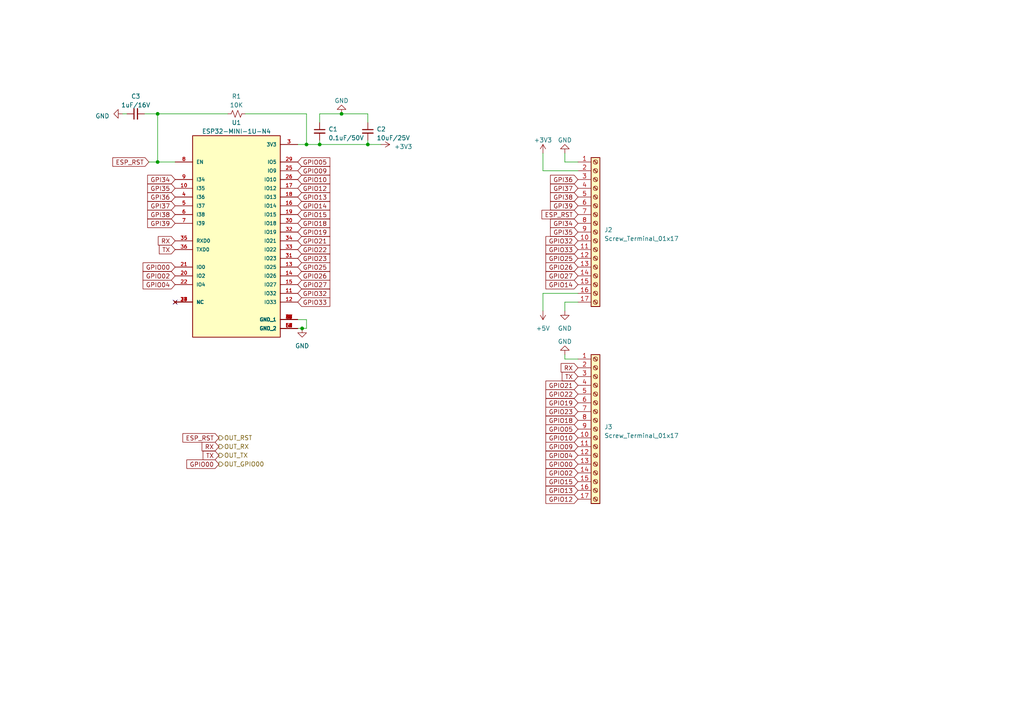
<source format=kicad_sch>
(kicad_sch (version 20230121) (generator eeschema)
  (paper "A4")
  (lib_symbols
    (symbol "Connector:Screw_Terminal_01x17" (pin_names (offset 1.016) hide)
      (property "Reference" "J" (at 0 22.86 0))
      (property "Value" "Screw_Terminal_01x17" (at 0 -22.86 0))
      (symbol "Screw_Terminal_01x17_1_1"
        (rectangle (start -1.27 21.59) (end 1.27 -21.59) (stroke (width 0.254)) (fill (type background)))
        (circle (center 0 -20.32) (radius 0.635) (stroke (width 0.1524)))
        (circle (center 0 -17.78) (radius 0.635) (stroke (width 0.1524)))
        (circle (center 0 -15.24) (radius 0.635) (stroke (width 0.1524)))
        (circle (center 0 -12.7) (radius 0.635) (stroke (width 0.1524)))
        (circle (center 0 -10.16) (radius 0.635) (stroke (width 0.1524)))
        (circle (center 0 -7.62) (radius 0.635) (stroke (width 0.1524)))
        (circle (center 0 -5.08) (radius 0.635) (stroke (width 0.1524)))
        (circle (center 0 -2.54) (radius 0.635) (stroke (width 0.1524)))
        (polyline (pts (xy -0.5334 -19.9898) (xy 0.3302 -20.828)) (stroke (width 0.1524)))
        (polyline (pts (xy -0.5334 -17.4498) (xy 0.3302 -18.288)) (stroke (width 0.1524)))
        (polyline (pts (xy -0.5334 -14.9098) (xy 0.3302 -15.748)) (stroke (width 0.1524)))
        (polyline (pts (xy -0.5334 -12.3698) (xy 0.3302 -13.208)) (stroke (width 0.1524)))
        (polyline (pts (xy -0.5334 -9.8298) (xy 0.3302 -10.668)) (stroke (width 0.1524)))
        (polyline (pts (xy -0.5334 -7.2898) (xy 0.3302 -8.128)) (stroke (width 0.1524)))
        (polyline (pts (xy -0.5334 -4.7498) (xy 0.3302 -5.588)) (stroke (width 0.1524)))
        (polyline (pts (xy -0.5334 -2.2098) (xy 0.3302 -3.048)) (stroke (width 0.1524)))
        (polyline (pts (xy -0.5334 0.3302) (xy 0.3302 -0.508)) (stroke (width 0.1524)))
        (polyline (pts (xy -0.5334 2.8702) (xy 0.3302 2.032)) (stroke (width 0.1524)))
        (polyline (pts (xy -0.5334 5.4102) (xy 0.3302 4.572)) (stroke (width 0.1524)))
        (polyline (pts (xy -0.5334 7.9502) (xy 0.3302 7.112)) (stroke (width 0.1524)))
        (polyline (pts (xy -0.5334 10.4902) (xy 0.3302 9.652)) (stroke (width 0.1524)))
        (polyline (pts (xy -0.5334 13.0302) (xy 0.3302 12.192)) (stroke (width 0.1524)))
        (polyline (pts (xy -0.5334 15.5702) (xy 0.3302 14.732)) (stroke (width 0.1524)))
        (polyline (pts (xy -0.5334 18.1102) (xy 0.3302 17.272)) (stroke (width 0.1524)))
        (polyline (pts (xy -0.5334 20.6502) (xy 0.3302 19.812)) (stroke (width 0.1524)))
        (polyline (pts (xy -0.3556 -19.812) (xy 0.508 -20.6502)) (stroke (width 0.1524)))
        (polyline (pts (xy -0.3556 -17.272) (xy 0.508 -18.1102)) (stroke (width 0.1524)))
        (polyline (pts (xy -0.3556 -14.732) (xy 0.508 -15.5702)) (stroke (width 0.1524)))
        (polyline (pts (xy -0.3556 -12.192) (xy 0.508 -13.0302)) (stroke (width 0.1524)))
        (polyline (pts (xy -0.3556 -9.652) (xy 0.508 -10.4902)) (stroke (width 0.1524)))
        (polyline (pts (xy -0.3556 -7.112) (xy 0.508 -7.9502)) (stroke (width 0.1524)))
        (polyline (pts (xy -0.3556 -4.572) (xy 0.508 -5.4102)) (stroke (width 0.1524)))
        (polyline (pts (xy -0.3556 -2.032) (xy 0.508 -2.8702)) (stroke (width 0.1524)))
        (polyline (pts (xy -0.3556 0.508) (xy 0.508 -0.3302)) (stroke (width 0.1524)))
        (polyline (pts (xy -0.3556 3.048) (xy 0.508 2.2098)) (stroke (width 0.1524)))
        (polyline (pts (xy -0.3556 5.588) (xy 0.508 4.7498)) (stroke (width 0.1524)))
        (polyline (pts (xy -0.3556 8.128) (xy 0.508 7.2898)) (stroke (width 0.1524)))
        (polyline (pts (xy -0.3556 10.668) (xy 0.508 9.8298)) (stroke (width 0.1524)))
        (polyline (pts (xy -0.3556 13.208) (xy 0.508 12.3698)) (stroke (width 0.1524)))
        (polyline (pts (xy -0.3556 15.748) (xy 0.508 14.9098)) (stroke (width 0.1524)))
        (polyline (pts (xy -0.3556 18.288) (xy 0.508 17.4498)) (stroke (width 0.1524)))
        (polyline (pts (xy -0.3556 20.828) (xy 0.508 19.9898)) (stroke (width 0.1524)))
        (circle (center 0 0) (radius 0.635) (stroke (width 0.1524)))
        (circle (center 0 2.54) (radius 0.635) (stroke (width 0.1524)))
        (circle (center 0 5.08) (radius 0.635) (stroke (width 0.1524)))
        (circle (center 0 7.62) (radius 0.635) (stroke (width 0.1524)))
        (circle (center 0 10.16) (radius 0.635) (stroke (width 0.1524)))
        (circle (center 0 12.7) (radius 0.635) (stroke (width 0.1524)))
        (circle (center 0 15.24) (radius 0.635) (stroke (width 0.1524)))
        (circle (center 0 17.78) (radius 0.635) (stroke (width 0.1524)))
        (circle (center 0 20.32) (radius 0.635) (stroke (width 0.1524)))
        (pin passive line (at -5.08 20.32 0) (length 3.81) (name "Pin_1") (number "1"))
        (pin passive line (at -5.08 -2.54 0) (length 3.81) (name "Pin_10") (number "10"))
        (pin passive line (at -5.08 -5.08 0) (length 3.81) (name "Pin_11") (number "11"))
        (pin passive line (at -5.08 -7.62 0) (length 3.81) (name "Pin_12") (number "12"))
        (pin passive line (at -5.08 -10.16 0) (length 3.81) (name "Pin_13") (number "13"))
        (pin passive line (at -5.08 -12.7 0) (length 3.81) (name "Pin_14") (number "14"))
        (pin passive line (at -5.08 -15.24 0) (length 3.81) (name "Pin_15") (number "15"))
        (pin passive line (at -5.08 -17.78 0) (length 3.81) (name "Pin_16") (number "16"))
        (pin passive line (at -5.08 -20.32 0) (length 3.81) (name "Pin_17") (number "17"))
        (pin passive line (at -5.08 17.78 0) (length 3.81) (name "Pin_2") (number "2"))
        (pin passive line (at -5.08 15.24 0) (length 3.81) (name "Pin_3") (number "3"))
        (pin passive line (at -5.08 12.7 0) (length 3.81) (name "Pin_4") (number "4"))
        (pin passive line (at -5.08 10.16 0) (length 3.81) (name "Pin_5") (number "5"))
        (pin passive line (at -5.08 7.62 0) (length 3.81) (name "Pin_6") (number "6"))
        (pin passive line (at -5.08 5.08 0) (length 3.81) (name "Pin_7") (number "7"))
        (pin passive line (at -5.08 2.54 0) (length 3.81) (name "Pin_8") (number "8"))
        (pin passive line (at -5.08 0 0) (length 3.81) (name "Pin_9") (number "9"))
      )
    )
    (symbol "Device:C_Small" (pin_numbers hide) (pin_names (offset 0.254) hide)
      (property "Reference" "C" (at 0.254 1.778 0))
      (property "Value" "C_Small" (at 0.254 -2.032 0))
      (symbol "C_Small_0_1"
        (polyline (pts (xy -1.524 -0.508) (xy 1.524 -0.508)) (stroke (width 0.3302)))
        (polyline (pts (xy -1.524 0.508) (xy 1.524 0.508)) (stroke (width 0.3048)))
      )
      (symbol "C_Small_1_1"
        (pin passive line (at 0 2.54 270) (length 2.032) (name "~") (number "1"))
        (pin passive line (at 0 -2.54 90) (length 2.032) (name "~") (number "2"))
      )
    )
    (symbol "Device:R_Small_US" (pin_numbers hide) (pin_names (offset 0.254) hide)
      (property "Reference" "R" (at 0.762 0.508 0))
      (property "Value" "R_Small_US" (at 0.762 -1.016 0))
      (symbol "R_Small_US_1_1"
        (polyline (pts (xy 0 0) (xy 1.016 -0.381) (xy 0 -0.762) (xy -1.016 -1.143) (xy 0 -1.524)))
        (polyline (pts (xy 0 1.524) (xy 1.016 1.143) (xy 0 0.762) (xy -1.016 0.381) (xy 0 0)))
        (pin passive line (at 0 2.54 270) (length 1.016) (name "~") (number "1"))
        (pin passive line (at 0 -2.54 90) (length 1.016) (name "~") (number "2"))
      )
    )
    (symbol "ESP32-MINI-1U-N4:ESP32-MINI-1U-N4" (pin_names (offset 1.016))
      (property "Reference" "U" (at -12.7 28.702 0))
      (property "Value" "ESP32-MINI-1U-N4" (at -12.7 -33.02 0))
      (symbol "ESP32-MINI-1U-N4_0_0"
        (rectangle (start -12.7 -30.48) (end 12.7 27.94) (stroke (width 0.254)) (fill (type background)))
        (pin power_in line (at 17.78 -25.4 180) (length 5.08) (name "GND_1") (number "1"))
        (pin input line (at -17.78 12.7 0) (length 5.08) (name "I35") (number "10"))
        (pin bidirectional line (at 17.78 -17.78 180) (length 5.08) (name "IO32") (number "11"))
        (pin bidirectional line (at 17.78 -20.32 180) (length 5.08) (name "IO33") (number "12"))
        (pin bidirectional line (at 17.78 -10.16 180) (length 5.08) (name "IO25") (number "13"))
        (pin bidirectional line (at 17.78 -12.7 180) (length 5.08) (name "IO26") (number "14"))
        (pin bidirectional line (at 17.78 -15.24 180) (length 5.08) (name "IO27") (number "15"))
        (pin bidirectional line (at 17.78 7.62 180) (length 5.08) (name "IO14") (number "16"))
        (pin bidirectional line (at 17.78 12.7 180) (length 5.08) (name "IO12") (number "17"))
        (pin bidirectional line (at 17.78 10.16 180) (length 5.08) (name "IO13") (number "18"))
        (pin bidirectional line (at 17.78 5.08 180) (length 5.08) (name "IO15") (number "19"))
        (pin power_in line (at 17.78 -25.4 180) (length 5.08) (name "GND_1") (number "2"))
        (pin bidirectional line (at -17.78 -12.7 0) (length 5.08) (name "IO2") (number "20"))
        (pin bidirectional line (at -17.78 -10.16 0) (length 5.08) (name "IO0") (number "21"))
        (pin bidirectional line (at -17.78 -15.24 0) (length 5.08) (name "IO4") (number "22"))
        (pin no_connect line (at -17.78 -20.32 0) (length 5.08) (name "NC") (number "23"))
        (pin no_connect line (at -17.78 -20.32 0) (length 5.08) (name "NC") (number "24"))
        (pin bidirectional line (at 17.78 17.78 180) (length 5.08) (name "IO9") (number "25"))
        (pin bidirectional line (at 17.78 15.24 180) (length 5.08) (name "IO10") (number "26"))
        (pin power_in line (at 17.78 -25.4 180) (length 5.08) (name "GND_1") (number "27"))
        (pin no_connect line (at -17.78 -20.32 0) (length 5.08) (name "NC") (number "28"))
        (pin bidirectional line (at 17.78 20.32 180) (length 5.08) (name "IO5") (number "29"))
        (pin power_in line (at 17.78 25.4 180) (length 5.08) (name "3V3") (number "3"))
        (pin bidirectional line (at 17.78 2.54 180) (length 5.08) (name "IO18") (number "30"))
        (pin bidirectional line (at 17.78 -7.62 180) (length 5.08) (name "IO23") (number "31"))
        (pin bidirectional line (at 17.78 0 180) (length 5.08) (name "IO19") (number "32"))
        (pin bidirectional line (at 17.78 -5.08 180) (length 5.08) (name "IO22") (number "33"))
        (pin bidirectional line (at 17.78 -2.54 180) (length 5.08) (name "IO21") (number "34"))
        (pin bidirectional line (at -17.78 -2.54 0) (length 5.08) (name "RXD0") (number "35"))
        (pin bidirectional line (at -17.78 -5.08 0) (length 5.08) (name "TXD0") (number "36"))
        (pin no_connect line (at -17.78 -20.32 0) (length 5.08) (name "NC") (number "37"))
        (pin power_in line (at 17.78 -25.4 180) (length 5.08) (name "GND_1") (number "38"))
        (pin power_in line (at 17.78 -25.4 180) (length 5.08) (name "GND_1") (number "39"))
        (pin input line (at -17.78 10.16 0) (length 5.08) (name "I36") (number "4"))
        (pin power_in line (at 17.78 -25.4 180) (length 5.08) (name "GND_1") (number "40"))
        (pin power_in line (at 17.78 -25.4 180) (length 5.08) (name "GND_1") (number "41"))
        (pin power_in line (at 17.78 -25.4 180) (length 5.08) (name "GND_1") (number "42"))
        (pin power_in line (at 17.78 -25.4 180) (length 5.08) (name "GND_1") (number "43"))
        (pin power_in line (at 17.78 -25.4 180) (length 5.08) (name "GND_1") (number "44"))
        (pin power_in line (at 17.78 -25.4 180) (length 5.08) (name "GND_1") (number "45"))
        (pin power_in line (at 17.78 -25.4 180) (length 5.08) (name "GND_1") (number "46"))
        (pin power_in line (at 17.78 -25.4 180) (length 5.08) (name "GND_1") (number "47"))
        (pin power_in line (at 17.78 -25.4 180) (length 5.08) (name "GND_1") (number "48"))
        (pin power_in line (at 17.78 -25.4 180) (length 5.08) (name "GND_1") (number "49"))
        (pin input line (at -17.78 7.62 0) (length 5.08) (name "I37") (number "5"))
        (pin power_in line (at 17.78 -27.94 180) (length 5.08) (name "GND_2") (number "50"))
        (pin power_in line (at 17.78 -27.94 180) (length 5.08) (name "GND_2") (number "51"))
        (pin power_in line (at 17.78 -27.94 180) (length 5.08) (name "GND_2") (number "52"))
        (pin power_in line (at 17.78 -27.94 180) (length 5.08) (name "GND_2") (number "53"))
        (pin power_in line (at 17.78 -27.94 180) (length 5.08) (name "GND_2") (number "54"))
        (pin power_in line (at 17.78 -27.94 180) (length 5.08) (name "GND_2") (number "55"))
        (pin power_in line (at 17.78 -27.94 180) (length 5.08) (name "GND_2") (number "56"))
        (pin power_in line (at 17.78 -27.94 180) (length 5.08) (name "GND_2") (number "57"))
        (pin power_in line (at 17.78 -27.94 180) (length 5.08) (name "GND_2") (number "58"))
        (pin power_in line (at 17.78 -27.94 180) (length 5.08) (name "GND_2") (number "59"))
        (pin input line (at -17.78 5.08 0) (length 5.08) (name "I38") (number "6"))
        (pin power_in line (at 17.78 -27.94 180) (length 5.08) (name "GND_2") (number "60"))
        (pin power_in line (at 17.78 -27.94 180) (length 5.08) (name "GND_2") (number "61"))
        (pin power_in line (at 17.78 -27.94 180) (length 5.08) (name "GND_2") (number "62"))
        (pin input line (at -17.78 2.54 0) (length 5.08) (name "I39") (number "7"))
        (pin input line (at -17.78 20.32 0) (length 5.08) (name "EN") (number "8"))
        (pin input line (at -17.78 15.24 0) (length 5.08) (name "I34") (number "9"))
      )
    )
    (symbol "power:+3V3" (power) (pin_names (offset 0))
      (property "Value" "+3V3" (at 0 3.556 0))
      (symbol "+3V3_0_1"
        (polyline (pts (xy -0.762 1.27) (xy 0 2.54)))
        (polyline (pts (xy 0 0) (xy 0 2.54)))
        (polyline (pts (xy 0 2.54) (xy 0.762 1.27)))
      )
      (symbol "+3V3_1_1"
        (pin power_in line (at 0 0 90) (length 0) hide (name "+3V3") (number "1"))
      )
    )
    (symbol "power:+5V" (power) (pin_names (offset 0))
      (property "Value" "+5V" (at 0 3.556 0))
      (symbol "+5V_0_1"
        (polyline (pts (xy -0.762 1.27) (xy 0 2.54)))
        (polyline (pts (xy 0 0) (xy 0 2.54)))
        (polyline (pts (xy 0 2.54) (xy 0.762 1.27)))
      )
      (symbol "+5V_1_1"
        (pin power_in line (at 0 0 90) (length 0) hide (name "+5V") (number "1"))
      )
    )
    (symbol "power:GND" (power) (pin_names (offset 0))
      (property "Value" "GND" (at 0 -3.81 0))
      (symbol "GND_0_1"
        (polyline (pts (xy 0 0) (xy 0 -1.27) (xy 1.27 -1.27) (xy 0 -2.54) (xy -1.27 -1.27) (xy 0 -1.27)))
      )
      (symbol "GND_1_1"
        (pin power_in line (at 0 0 270) (length 0) hide (name "GND") (number "1"))
      )
    )
  )
  (junction (at 87.63 95.25))
  (junction (at 92.71 41.91))
  (junction (at 45.72 33.02))
  (junction (at 106.68 41.91))
  (junction (at 88.9 41.91))
  (junction (at 99.06 33.02))
  (junction (at 45.72 46.99))
  (no_connect (at 50.8 87.63))
  (wire (pts (xy 92.71 33.02) (xy 92.71 35.56)))
  (wire (pts (xy 106.68 33.02) (xy 106.68 35.56)))
  (wire (pts (xy 163.83 87.63) (xy 167.64 87.63)))
  (wire (pts (xy 86.36 92.71) (xy 88.9 92.71)))
  (wire (pts (xy 92.71 41.91) (xy 88.9 41.91)))
  (wire (pts (xy 92.71 40.64) (xy 92.71 41.91)))
  (wire (pts (xy 92.71 41.91) (xy 106.68 41.91)))
  (wire (pts (xy 41.91 33.02) (xy 45.72 33.02)))
  (wire (pts (xy 157.48 85.09) (xy 167.64 85.09)))
  (wire (pts (xy 157.48 49.53) (xy 167.64 49.53)))
  (wire (pts (xy 163.83 44.45) (xy 163.83 46.99)))
  (wire (pts (xy 92.71 33.02) (xy 99.06 33.02)))
  (wire (pts (xy 163.83 87.63) (xy 163.83 90.17)))
  (wire (pts (xy 157.48 44.45) (xy 157.48 49.53)))
  (wire (pts (xy 163.83 104.14) (xy 167.64 104.14)))
  (wire (pts (xy 88.9 95.25) (xy 87.63 95.25)))
  (wire (pts (xy 163.83 46.99) (xy 167.64 46.99)))
  (wire (pts (xy 99.06 33.02) (xy 106.68 33.02)))
  (wire (pts (xy 87.63 95.25) (xy 86.36 95.25)))
  (wire (pts (xy 88.9 92.71) (xy 88.9 95.25)))
  (wire (pts (xy 43.18 46.99) (xy 45.72 46.99)))
  (wire (pts (xy 45.72 33.02) (xy 45.72 46.99)))
  (wire (pts (xy 45.72 46.99) (xy 50.8 46.99)))
  (wire (pts (xy 35.56 33.02) (xy 36.83 33.02)))
  (wire (pts (xy 163.83 102.87) (xy 163.83 104.14)))
  (wire (pts (xy 88.9 33.02) (xy 88.9 41.91)))
  (wire (pts (xy 106.68 41.91) (xy 110.49 41.91)))
  (wire (pts (xy 66.04 33.02) (xy 45.72 33.02)))
  (wire (pts (xy 106.68 40.64) (xy 106.68 41.91)))
  (wire (pts (xy 157.48 90.17) (xy 157.48 85.09)))
  (wire (pts (xy 71.12 33.02) (xy 88.9 33.02)))
  (wire (pts (xy 88.9 41.91) (xy 86.36 41.91)))
  (global_label "GPIO33" (shape input) (at 167.64 72.39 180) (property "Intersheetrefs" "${INTERSHEET_REFS}" (effects hide)))
  (global_label "GPIO18" (shape input) (at 167.64 121.92 180) (property "Intersheetrefs" "${INTERSHEET_REFS}" (effects hide)))
  (global_label "GPIO13" (shape input) (at 86.36 57.15 0) (property "Intersheetrefs" "${INTERSHEET_REFS}" (effects hide)))
  (global_label "GPIO05" (shape input) (at 167.64 124.46 180) (property "Intersheetrefs" "${INTERSHEET_REFS}" (effects hide)))
  (global_label "GPI36" (shape input) (at 50.8 57.15 180) (property "Intersheetrefs" "${INTERSHEET_REFS}" (effects hide)))
  (global_label "GPI39" (shape input) (at 167.64 59.69 180) (property "Intersheetrefs" "${INTERSHEET_REFS}" (effects hide)))
  (global_label "GPIO00" (shape input) (at 50.8 77.47 180) (property "Intersheetrefs" "${INTERSHEET_REFS}" (effects hide)))
  (global_label "GPIO22" (shape input) (at 167.64 114.3 180) (property "Intersheetrefs" "${INTERSHEET_REFS}" (effects hide)))
  (global_label "RX" (shape input) (at 167.64 106.68 180) (property "Intersheetrefs" "${INTERSHEET_REFS}" (effects hide)))
  (global_label "GPIO18" (shape input) (at 86.36 64.77 0) (property "Intersheetrefs" "${INTERSHEET_REFS}" (effects hide)))
  (global_label "RX" (shape input) (at 63.5 129.54 180) (property "Intersheetrefs" "${INTERSHEET_REFS}" (effects hide)))
  (global_label "GPI39" (shape input) (at 50.8 64.77 180) (property "Intersheetrefs" "${INTERSHEET_REFS}" (effects hide)))
  (global_label "GPIO15" (shape input) (at 86.36 62.23 0) (property "Intersheetrefs" "${INTERSHEET_REFS}" (effects hide)))
  (global_label "GPIO19" (shape input) (at 167.64 116.84 180) (property "Intersheetrefs" "${INTERSHEET_REFS}" (effects hide)))
  (global_label "GPI38" (shape input) (at 167.64 57.15 180) (property "Intersheetrefs" "${INTERSHEET_REFS}" (effects hide)))
  (global_label "GPIO09" (shape input) (at 167.64 129.54 180) (property "Intersheetrefs" "${INTERSHEET_REFS}" (effects hide)))
  (global_label "GPIO25" (shape input) (at 167.64 74.93 180) (property "Intersheetrefs" "${INTERSHEET_REFS}" (effects hide)))
  (global_label "GPIO14" (shape input) (at 167.64 82.55 180) (property "Intersheetrefs" "${INTERSHEET_REFS}" (effects hide)))
  (global_label "GPIO23" (shape input) (at 167.64 119.38 180) (property "Intersheetrefs" "${INTERSHEET_REFS}" (effects hide)))
  (global_label "GPIO33" (shape input) (at 86.36 87.63 0) (property "Intersheetrefs" "${INTERSHEET_REFS}" (effects hide)))
  (global_label "GPIO15" (shape input) (at 167.64 139.7 180) (property "Intersheetrefs" "${INTERSHEET_REFS}" (effects hide)))
  (global_label "RX" (shape input) (at 50.8 69.85 180) (property "Intersheetrefs" "${INTERSHEET_REFS}" (effects hide)))
  (global_label "GPI38" (shape input) (at 50.8 62.23 180) (property "Intersheetrefs" "${INTERSHEET_REFS}" (effects hide)))
  (global_label "GPIO00" (shape input) (at 63.5 134.62 180) (property "Intersheetrefs" "${INTERSHEET_REFS}" (effects hide)))
  (global_label "GPIO26" (shape input) (at 86.36 80.01 0) (property "Intersheetrefs" "${INTERSHEET_REFS}" (effects hide)))
  (global_label "GPIO21" (shape input) (at 167.64 111.76 180) (property "Intersheetrefs" "${INTERSHEET_REFS}" (effects hide)))
  (global_label "ESP_RST" (shape input) (at 167.64 62.23 180) (property "Intersheetrefs" "${INTERSHEET_REFS}" (effects hide)))
  (global_label "ESP_RST" (shape input) (at 43.18 46.99 180) (property "Intersheetrefs" "${INTERSHEET_REFS}" (effects hide)))
  (global_label "GPIO00" (shape input) (at 167.64 134.62 180) (property "Intersheetrefs" "${INTERSHEET_REFS}" (effects hide)))
  (global_label "ESP_RST" (shape input) (at 63.5 127 180) (property "Intersheetrefs" "${INTERSHEET_REFS}" (effects hide)))
  (global_label "GPIO32" (shape input) (at 86.36 85.09 0) (property "Intersheetrefs" "${INTERSHEET_REFS}" (effects hide)))
  (global_label "GPIO21" (shape input) (at 86.36 69.85 0) (property "Intersheetrefs" "${INTERSHEET_REFS}" (effects hide)))
  (global_label "TX" (shape input) (at 63.5 132.08 180) (property "Intersheetrefs" "${INTERSHEET_REFS}" (effects hide)))
  (global_label "GPIO05" (shape input) (at 86.36 46.99 0) (property "Intersheetrefs" "${INTERSHEET_REFS}" (effects hide)))
  (global_label "TX" (shape input) (at 50.8 72.39 180) (property "Intersheetrefs" "${INTERSHEET_REFS}" (effects hide)))
  (global_label "GPIO13" (shape input) (at 167.64 142.24 180) (property "Intersheetrefs" "${INTERSHEET_REFS}" (effects hide)))
  (global_label "GPIO22" (shape input) (at 86.36 72.39 0) (property "Intersheetrefs" "${INTERSHEET_REFS}" (effects hide)))
  (global_label "GPIO02" (shape input) (at 50.8 80.01 180) (property "Intersheetrefs" "${INTERSHEET_REFS}" (effects hide)))
  (global_label "GPIO27" (shape input) (at 86.36 82.55 0) (property "Intersheetrefs" "${INTERSHEET_REFS}" (effects hide)))
  (global_label "GPI34" (shape input) (at 167.64 64.77 180) (property "Intersheetrefs" "${INTERSHEET_REFS}" (effects hide)))
  (global_label "GPI35" (shape input) (at 167.64 67.31 180) (property "Intersheetrefs" "${INTERSHEET_REFS}" (effects hide)))
  (global_label "GPIO12" (shape input) (at 86.36 54.61 0) (property "Intersheetrefs" "${INTERSHEET_REFS}" (effects hide)))
  (global_label "TX" (shape input) (at 167.64 109.22 180) (property "Intersheetrefs" "${INTERSHEET_REFS}" (effects hide)))
  (global_label "GPIO32" (shape input) (at 167.64 69.85 180) (property "Intersheetrefs" "${INTERSHEET_REFS}" (effects hide)))
  (global_label "GPIO09" (shape input) (at 86.36 49.53 0) (property "Intersheetrefs" "${INTERSHEET_REFS}" (effects hide)))
  (global_label "GPIO25" (shape input) (at 86.36 77.47 0) (property "Intersheetrefs" "${INTERSHEET_REFS}" (effects hide)))
  (global_label "GPI36" (shape input) (at 167.64 52.07 180) (property "Intersheetrefs" "${INTERSHEET_REFS}" (effects hide)))
  (global_label "GPIO04" (shape input) (at 167.64 132.08 180) (property "Intersheetrefs" "${INTERSHEET_REFS}" (effects hide)))
  (global_label "GPIO12" (shape input) (at 167.64 144.78 180) (property "Intersheetrefs" "${INTERSHEET_REFS}" (effects hide)))
  (global_label "GPIO27" (shape input) (at 167.64 80.01 180) (property "Intersheetrefs" "${INTERSHEET_REFS}" (effects hide)))
  (global_label "GPIO02" (shape input) (at 167.64 137.16 180) (property "Intersheetrefs" "${INTERSHEET_REFS}" (effects hide)))
  (global_label "GPIO19" (shape input) (at 86.36 67.31 0) (property "Intersheetrefs" "${INTERSHEET_REFS}" (effects hide)))
  (global_label "GPIO14" (shape input) (at 86.36 59.69 0) (property "Intersheetrefs" "${INTERSHEET_REFS}" (effects hide)))
  (global_label "GPIO10" (shape input) (at 167.64 127 180) (property "Intersheetrefs" "${INTERSHEET_REFS}" (effects hide)))
  (global_label "GPIO10" (shape input) (at 86.36 52.07 0) (property "Intersheetrefs" "${INTERSHEET_REFS}" (effects hide)))
  (global_label "GPI34" (shape input) (at 50.8 52.07 180) (property "Intersheetrefs" "${INTERSHEET_REFS}" (effects hide)))
  (global_label "GPIO04" (shape input) (at 50.8 82.55 180) (property "Intersheetrefs" "${INTERSHEET_REFS}" (effects hide)))
  (global_label "GPIO23" (shape input) (at 86.36 74.93 0) (property "Intersheetrefs" "${INTERSHEET_REFS}" (effects hide)))
  (global_label "GPI37" (shape input) (at 167.64 54.61 180) (property "Intersheetrefs" "${INTERSHEET_REFS}" (effects hide)))
  (global_label "GPIO26" (shape input) (at 167.64 77.47 180) (property "Intersheetrefs" "${INTERSHEET_REFS}" (effects hide)))
  (global_label "GPI35" (shape input) (at 50.8 54.61 180) (property "Intersheetrefs" "${INTERSHEET_REFS}" (effects hide)))
  (global_label "GPI37" (shape input) (at 50.8 59.69 180) (property "Intersheetrefs" "${INTERSHEET_REFS}" (effects hide)))
  (hierarchical_label "OUT_RX" (shape output) (at 63.5 129.54 0))
  (hierarchical_label "OUT_RST" (shape output) (at 63.5 127 0))
  (hierarchical_label "OUT_GPIO00" (shape output) (at 63.5 134.62 0))
  (hierarchical_label "OUT_TX" (shape output) (at 63.5 132.08 0))
  (symbol (lib_id "Connector:Screw_Terminal_01x17") (at 172.72 67.31 0) (unit 1)
    (property "Reference" "J2" (at 175.26 66.675 0) (effects (justify left)))
    (property "Value" "Screw_Terminal_01x17" (at 175.26 69.215 0) (effects (justify left)))
    (property "Footprint" "Connector_PinHeader_2.54mm:PinHeader_1x17_P2.54mm_Vertical" (effects hide))
  )
  (symbol (lib_id "Device:C_Small") (at 39.37 33.02 90) (unit 1)
    (property "Reference" "C3" (at 39.3763 27.94 90))
    (property "Value" "1uF/16V" (at 39.3763 30.48 90))
    (property "Footprint" "Capacitor_SMD:C_0805_2012Metric" (effects hide))
  )
  (symbol (lib_id "power:+3V3") (at 110.49 41.91 270) (unit 1)
    (property "Reference" "#PWR04" (effects hide))
    (property "Value" "+3V3" (at 114.3 42.545 90) (effects (justify left)))
  )
  (symbol (lib_id "power:GND") (at 163.83 90.17 0) (unit 1)
    (property "Reference" "#PWR08" (effects hide))
    (property "Value" "GND" (at 163.83 95.25 0))
  )
  (symbol (lib_id "power:GND") (at 163.83 44.45 180) (unit 1)
    (property "Reference" "#PWR06" (effects hide))
    (property "Value" "GND" (at 163.83 40.64 0))
  )
  (symbol (lib_id "power:GND") (at 99.06 33.02 180) (unit 1)
    (property "Reference" "#PWR03" (effects hide))
    (property "Value" "GND" (at 99.06 29.21 0))
  )
  (symbol (lib_id "Connector:Screw_Terminal_01x17") (at 172.72 124.46 0) (unit 1)
    (property "Reference" "J3" (at 175.26 123.825 0) (effects (justify left)))
    (property "Value" "Screw_Terminal_01x17" (at 175.26 126.365 0) (effects (justify left)))
    (property "Footprint" "Connector_PinHeader_2.54mm:PinHeader_1x17_P2.54mm_Vertical" (effects hide))
  )
  (symbol (lib_id "Device:C_Small") (at 106.68 38.1 0) (unit 1)
    (property "Reference" "C2" (at 109.22 37.4713 0) (effects (justify left)))
    (property "Value" "10uF/25V" (at 109.22 40.0113 0) (effects (justify left)))
    (property "Footprint" "Capacitor_SMD:C_0805_2012Metric" (effects hide))
  )
  (symbol (lib_id "power:+3V3") (at 157.48 44.45 0) (unit 1)
    (property "Reference" "#PWR07" (effects hide))
    (property "Value" "+3V3" (at 157.48 40.64 0))
  )
  (symbol (lib_id "Device:R_Small_US") (at 68.58 33.02 90) (unit 1)
    (property "Reference" "R1" (at 68.58 27.94 90))
    (property "Value" "10K" (at 68.58 30.48 90))
    (property "Footprint" "Resistor_SMD:R_0805_2012Metric" (effects hide))
  )
  (symbol (lib_id "power:GND") (at 35.56 33.02 270) (unit 1)
    (property "Reference" "#PWR05" (effects hide))
    (property "Value" "GND" (at 31.75 33.655 90) (effects (justify right)))
  )
  (symbol (lib_id "power:GND") (at 163.83 102.87 180) (unit 1)
    (property "Reference" "#PWR010" (effects hide))
    (property "Value" "GND" (at 163.83 99.06 0))
  )
  (symbol (lib_id "power:+5V") (at 157.48 90.17 180) (unit 1)
    (property "Reference" "#PWR09" (effects hide))
    (property "Value" "+5V" (at 157.48 95.25 0))
  )
  (symbol (lib_id "ESP32-MINI-1U-N4:ESP32-MINI-1U-N4") (at 68.58 67.31 0) (unit 1)
    (property "Reference" "U1" (at 68.58 35.56 0))
    (property "Value" "ESP32-MINI-1U-N4" (at 68.58 38.1 0))
    (property "Footprint" "ESP32-MINI-1U-N4:MODULE_ESP32-MINI-1U-N4" (effects hide))
    (property "PARTREV" "v1.2" (effects hide))
    (property "STANDARD" "Manufacturer Recommendations" (effects hide))
    (property "SNAPEDA_PN" "ESP32-MINI-1U-N4" (effects hide))
    (property "MAXIMUM_PACKAGE_HEIGHT" "2.55mm" (effects hide))
    (property "MANUFACTURER" "Espressif Systems" (effects hide))
  )
  (symbol (lib_id "power:GND") (at 87.63 95.25 0) (unit 1)
    (property "Reference" "#PWR02" (effects hide))
    (property "Value" "GND" (at 87.63 100.33 0))
  )
  (symbol (lib_id "Device:C_Small") (at 92.71 38.1 0) (unit 1)
    (property "Reference" "C1" (at 95.25 37.4713 0) (effects (justify left)))
    (property "Value" "0.1uF/50V" (at 95.25 40.0113 0) (effects (justify left)))
    (property "Footprint" "Capacitor_SMD:C_0805_2012Metric" (effects hide))
  )
)
</source>
